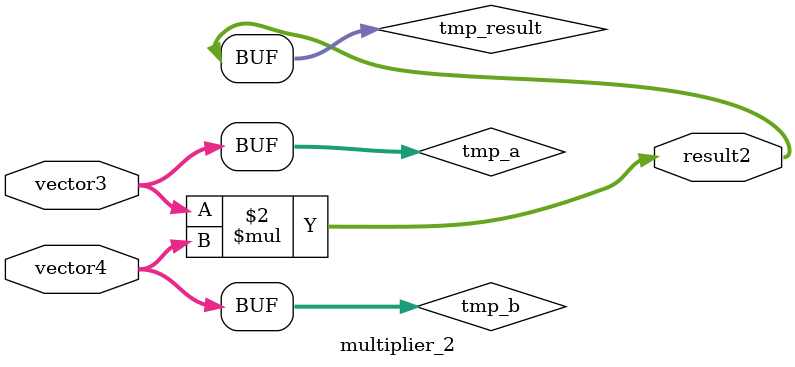
<source format=v>
`timescale 1ns / 1ps


module multiplier_2(
  input [7:0] vector3,
  input [7:0] vector4,
  output [15:0] result2
);

reg [7:0] tmp_a;
reg [7:0] tmp_b;
reg [15:0] tmp_result;

always @ (vector3 or vector4) begin
  tmp_a = vector3;
  tmp_b = vector4;
  tmp_result = tmp_a * tmp_b;
end

assign result2 = tmp_result;


endmodule
</source>
